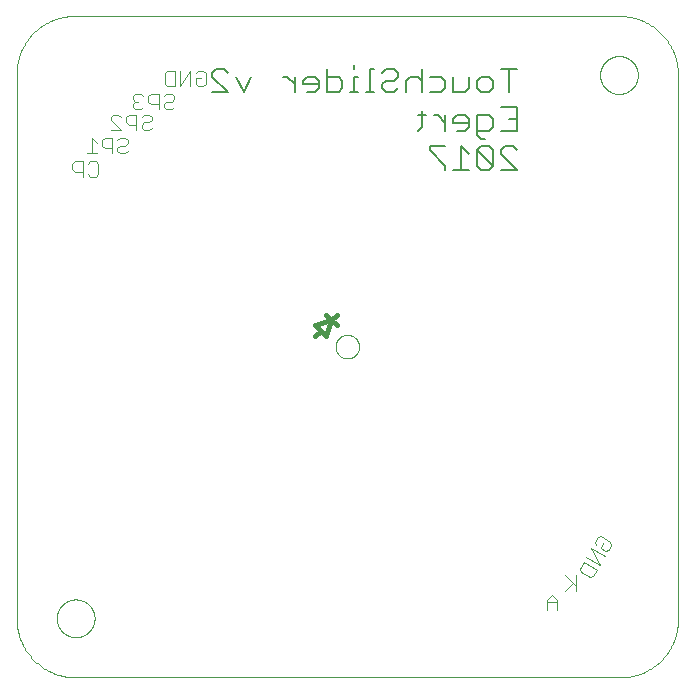
<source format=gbo>
G75*
%MOIN*%
%OFA0B0*%
%FSLAX25Y25*%
%IPPOS*%
%LPD*%
%AMOC8*
5,1,8,0,0,1.08239X$1,22.5*
%
%ADD10C,0.00039*%
%ADD11C,0.00400*%
%ADD12C,0.00700*%
%ADD13C,0.00000*%
%ADD14C,0.01600*%
D10*
X0059997Y0061910D02*
X0059997Y0243406D01*
X0060003Y0243872D01*
X0060020Y0244338D01*
X0060048Y0244803D01*
X0060087Y0245268D01*
X0060138Y0245731D01*
X0060199Y0246193D01*
X0060272Y0246654D01*
X0060356Y0247112D01*
X0060451Y0247569D01*
X0060558Y0248023D01*
X0060675Y0248474D01*
X0060802Y0248922D01*
X0060941Y0249367D01*
X0061091Y0249809D01*
X0061251Y0250247D01*
X0061421Y0250681D01*
X0061602Y0251110D01*
X0061793Y0251535D01*
X0061995Y0251956D01*
X0062207Y0252371D01*
X0062428Y0252781D01*
X0062660Y0253186D01*
X0062901Y0253585D01*
X0063152Y0253978D01*
X0063412Y0254365D01*
X0063681Y0254745D01*
X0063960Y0255119D01*
X0064247Y0255486D01*
X0064544Y0255846D01*
X0064848Y0256198D01*
X0065162Y0256543D01*
X0065483Y0256881D01*
X0065813Y0257211D01*
X0066151Y0257532D01*
X0066496Y0257846D01*
X0066848Y0258150D01*
X0067208Y0258447D01*
X0067575Y0258734D01*
X0067949Y0259013D01*
X0068329Y0259282D01*
X0068716Y0259542D01*
X0069109Y0259793D01*
X0069508Y0260034D01*
X0069913Y0260266D01*
X0070323Y0260487D01*
X0070738Y0260699D01*
X0071159Y0260901D01*
X0071584Y0261092D01*
X0072013Y0261273D01*
X0072447Y0261443D01*
X0072885Y0261603D01*
X0073327Y0261753D01*
X0073772Y0261892D01*
X0074220Y0262019D01*
X0074671Y0262136D01*
X0075125Y0262243D01*
X0075582Y0262338D01*
X0076040Y0262422D01*
X0076501Y0262495D01*
X0076963Y0262556D01*
X0077426Y0262607D01*
X0077891Y0262646D01*
X0078356Y0262674D01*
X0078822Y0262691D01*
X0079288Y0262697D01*
X0260784Y0262697D01*
X0261260Y0262691D01*
X0261735Y0262674D01*
X0262210Y0262645D01*
X0262684Y0262605D01*
X0263157Y0262553D01*
X0263628Y0262490D01*
X0264098Y0262416D01*
X0264566Y0262330D01*
X0265032Y0262233D01*
X0265495Y0262125D01*
X0265955Y0262006D01*
X0266413Y0261875D01*
X0266867Y0261734D01*
X0267318Y0261581D01*
X0267764Y0261418D01*
X0268207Y0261244D01*
X0268645Y0261059D01*
X0269079Y0260864D01*
X0269508Y0260658D01*
X0269932Y0260442D01*
X0270351Y0260216D01*
X0270764Y0259980D01*
X0271171Y0259734D01*
X0271572Y0259478D01*
X0271966Y0259212D01*
X0272355Y0258937D01*
X0272736Y0258653D01*
X0273110Y0258360D01*
X0273478Y0258058D01*
X0273838Y0257746D01*
X0274190Y0257427D01*
X0274534Y0257099D01*
X0274871Y0256762D01*
X0275199Y0256418D01*
X0275518Y0256066D01*
X0275830Y0255706D01*
X0276132Y0255338D01*
X0276425Y0254964D01*
X0276709Y0254583D01*
X0276984Y0254194D01*
X0277250Y0253800D01*
X0277506Y0253399D01*
X0277752Y0252992D01*
X0277988Y0252579D01*
X0278214Y0252160D01*
X0278430Y0251736D01*
X0278636Y0251307D01*
X0278831Y0250873D01*
X0279016Y0250435D01*
X0279190Y0249992D01*
X0279353Y0249546D01*
X0279506Y0249095D01*
X0279647Y0248641D01*
X0279778Y0248183D01*
X0279897Y0247723D01*
X0280005Y0247260D01*
X0280102Y0246794D01*
X0280188Y0246326D01*
X0280262Y0245856D01*
X0280325Y0245385D01*
X0280377Y0244912D01*
X0280417Y0244438D01*
X0280446Y0243963D01*
X0280463Y0243488D01*
X0280469Y0243012D01*
X0280469Y0061516D01*
X0280463Y0061050D01*
X0280446Y0060584D01*
X0280418Y0060119D01*
X0280379Y0059654D01*
X0280328Y0059191D01*
X0280267Y0058729D01*
X0280194Y0058268D01*
X0280110Y0057810D01*
X0280015Y0057353D01*
X0279908Y0056899D01*
X0279791Y0056448D01*
X0279664Y0056000D01*
X0279525Y0055555D01*
X0279375Y0055113D01*
X0279215Y0054675D01*
X0279045Y0054241D01*
X0278864Y0053812D01*
X0278673Y0053387D01*
X0278471Y0052966D01*
X0278259Y0052551D01*
X0278038Y0052141D01*
X0277806Y0051736D01*
X0277565Y0051337D01*
X0277314Y0050944D01*
X0277054Y0050557D01*
X0276785Y0050177D01*
X0276506Y0049803D01*
X0276219Y0049436D01*
X0275922Y0049076D01*
X0275618Y0048724D01*
X0275304Y0048379D01*
X0274983Y0048041D01*
X0274653Y0047711D01*
X0274315Y0047390D01*
X0273970Y0047076D01*
X0273618Y0046772D01*
X0273258Y0046475D01*
X0272891Y0046188D01*
X0272517Y0045909D01*
X0272137Y0045640D01*
X0271750Y0045380D01*
X0271357Y0045129D01*
X0270958Y0044888D01*
X0270553Y0044656D01*
X0270143Y0044435D01*
X0269728Y0044223D01*
X0269307Y0044021D01*
X0268882Y0043830D01*
X0268453Y0043649D01*
X0268019Y0043479D01*
X0267581Y0043319D01*
X0267139Y0043169D01*
X0266694Y0043030D01*
X0266246Y0042903D01*
X0265795Y0042786D01*
X0265341Y0042679D01*
X0264884Y0042584D01*
X0264426Y0042500D01*
X0263965Y0042427D01*
X0263503Y0042366D01*
X0263040Y0042315D01*
X0262575Y0042276D01*
X0262110Y0042248D01*
X0261644Y0042231D01*
X0261178Y0042225D01*
X0079682Y0042225D01*
X0079206Y0042231D01*
X0078731Y0042248D01*
X0078256Y0042277D01*
X0077782Y0042317D01*
X0077309Y0042369D01*
X0076838Y0042432D01*
X0076368Y0042506D01*
X0075900Y0042592D01*
X0075434Y0042689D01*
X0074971Y0042797D01*
X0074511Y0042916D01*
X0074053Y0043047D01*
X0073599Y0043188D01*
X0073148Y0043341D01*
X0072702Y0043504D01*
X0072259Y0043678D01*
X0071821Y0043863D01*
X0071387Y0044058D01*
X0070958Y0044264D01*
X0070534Y0044480D01*
X0070115Y0044706D01*
X0069702Y0044942D01*
X0069295Y0045188D01*
X0068894Y0045444D01*
X0068500Y0045710D01*
X0068111Y0045985D01*
X0067730Y0046269D01*
X0067356Y0046562D01*
X0066988Y0046864D01*
X0066628Y0047176D01*
X0066276Y0047495D01*
X0065932Y0047823D01*
X0065595Y0048160D01*
X0065267Y0048504D01*
X0064948Y0048856D01*
X0064636Y0049216D01*
X0064334Y0049584D01*
X0064041Y0049958D01*
X0063757Y0050339D01*
X0063482Y0050728D01*
X0063216Y0051122D01*
X0062960Y0051523D01*
X0062714Y0051930D01*
X0062478Y0052343D01*
X0062252Y0052762D01*
X0062036Y0053186D01*
X0061830Y0053615D01*
X0061635Y0054049D01*
X0061450Y0054487D01*
X0061276Y0054930D01*
X0061113Y0055376D01*
X0060960Y0055827D01*
X0060819Y0056281D01*
X0060688Y0056739D01*
X0060569Y0057199D01*
X0060461Y0057662D01*
X0060364Y0058128D01*
X0060278Y0058596D01*
X0060204Y0059066D01*
X0060141Y0059537D01*
X0060089Y0060010D01*
X0060049Y0060484D01*
X0060020Y0060959D01*
X0060003Y0061434D01*
X0059997Y0061910D01*
D11*
X0082042Y0209118D02*
X0082042Y0214322D01*
X0079440Y0214322D01*
X0078572Y0213455D01*
X0078572Y0211720D01*
X0079440Y0210853D01*
X0082042Y0210853D01*
X0083729Y0209985D02*
X0084596Y0209118D01*
X0086331Y0209118D01*
X0087198Y0209985D01*
X0087198Y0213455D01*
X0086331Y0214322D01*
X0084596Y0214322D01*
X0083729Y0213455D01*
X0083298Y0216913D02*
X0086767Y0216913D01*
X0085033Y0216913D02*
X0085033Y0222118D01*
X0086767Y0220383D01*
X0088454Y0221250D02*
X0089322Y0222118D01*
X0091924Y0222118D01*
X0091924Y0216913D01*
X0091924Y0218648D02*
X0089322Y0218648D01*
X0088454Y0219515D01*
X0088454Y0221250D01*
X0091329Y0224590D02*
X0094799Y0224590D01*
X0091329Y0228060D01*
X0091329Y0228927D01*
X0092197Y0229795D01*
X0093931Y0229795D01*
X0094799Y0228927D01*
X0096486Y0228927D02*
X0096486Y0227193D01*
X0097353Y0226325D01*
X0099955Y0226325D01*
X0101642Y0226325D02*
X0101642Y0225458D01*
X0102509Y0224590D01*
X0104244Y0224590D01*
X0105112Y0225458D01*
X0104244Y0227193D02*
X0102509Y0227193D01*
X0101642Y0226325D01*
X0099955Y0224590D02*
X0099955Y0229795D01*
X0097353Y0229795D01*
X0096486Y0228927D01*
X0099598Y0231559D02*
X0101333Y0231559D01*
X0102200Y0232426D01*
X0103887Y0234161D02*
X0104755Y0233294D01*
X0107357Y0233294D01*
X0109044Y0233294D02*
X0109044Y0232426D01*
X0109911Y0231559D01*
X0111646Y0231559D01*
X0112513Y0232426D01*
X0111646Y0234161D02*
X0109911Y0234161D01*
X0109044Y0233294D01*
X0107357Y0231559D02*
X0107357Y0236763D01*
X0104755Y0236763D01*
X0103887Y0235896D01*
X0103887Y0234161D01*
X0102200Y0235896D02*
X0101333Y0236763D01*
X0099598Y0236763D01*
X0098731Y0235896D01*
X0098731Y0235028D01*
X0099598Y0234161D01*
X0098731Y0233294D01*
X0098731Y0232426D01*
X0099598Y0231559D01*
X0099598Y0234161D02*
X0100466Y0234161D01*
X0102509Y0229795D02*
X0104244Y0229795D01*
X0105112Y0228927D01*
X0105112Y0228060D01*
X0104244Y0227193D01*
X0101642Y0228927D02*
X0102509Y0229795D01*
X0109044Y0235896D02*
X0109911Y0236763D01*
X0111646Y0236763D01*
X0112513Y0235896D01*
X0112513Y0235028D01*
X0111646Y0234161D01*
X0112791Y0239315D02*
X0110189Y0239315D01*
X0109321Y0240182D01*
X0109321Y0243652D01*
X0110189Y0244519D01*
X0112791Y0244519D01*
X0112791Y0239315D01*
X0114478Y0239315D02*
X0114478Y0244519D01*
X0117947Y0244519D02*
X0114478Y0239315D01*
X0117947Y0239315D02*
X0117947Y0244519D01*
X0119634Y0243652D02*
X0120502Y0244519D01*
X0122236Y0244519D01*
X0123104Y0243652D01*
X0123104Y0240182D01*
X0122236Y0239315D01*
X0120502Y0239315D01*
X0119634Y0240182D01*
X0119634Y0241917D01*
X0121369Y0241917D01*
X0097080Y0221250D02*
X0097080Y0220383D01*
X0096213Y0219515D01*
X0094478Y0219515D01*
X0093611Y0218648D01*
X0093611Y0217781D01*
X0094478Y0216913D01*
X0096213Y0216913D01*
X0097080Y0217781D01*
X0097080Y0221250D02*
X0096213Y0222118D01*
X0094478Y0222118D01*
X0093611Y0221250D01*
X0242902Y0076212D02*
X0246372Y0072742D01*
X0245504Y0073610D02*
X0242902Y0071008D01*
X0246372Y0071008D02*
X0246372Y0076212D01*
X0248065Y0077292D02*
X0247748Y0078477D01*
X0249049Y0080731D01*
X0253556Y0078128D01*
X0252255Y0075875D01*
X0251070Y0075557D01*
X0248065Y0077292D01*
X0249892Y0082191D02*
X0254400Y0079589D01*
X0251627Y0085196D01*
X0256134Y0082594D01*
X0256227Y0084489D02*
X0254724Y0085356D01*
X0255592Y0086858D01*
X0256227Y0084489D02*
X0257411Y0084806D01*
X0258279Y0086308D01*
X0257961Y0087493D01*
X0254957Y0089228D01*
X0253772Y0088911D01*
X0252904Y0087408D01*
X0253222Y0086223D01*
X0238534Y0069795D02*
X0236800Y0068060D01*
X0236800Y0064590D01*
X0236800Y0067193D02*
X0240269Y0067193D01*
X0240269Y0068060D02*
X0240269Y0064590D01*
X0240269Y0068060D02*
X0238534Y0069795D01*
D12*
X0226694Y0211433D02*
X0221423Y0211433D01*
X0218775Y0212751D02*
X0213504Y0218022D01*
X0213504Y0212751D01*
X0214822Y0211433D01*
X0217457Y0211433D01*
X0218775Y0212751D01*
X0218775Y0218022D01*
X0217457Y0219340D01*
X0214822Y0219340D01*
X0213504Y0218022D01*
X0210856Y0216704D02*
X0208221Y0219340D01*
X0208221Y0211433D01*
X0210856Y0211433D02*
X0205585Y0211433D01*
X0202938Y0211433D02*
X0202938Y0212751D01*
X0197667Y0218022D01*
X0197667Y0219340D01*
X0202938Y0219340D01*
X0202938Y0224333D02*
X0202938Y0229604D01*
X0202938Y0226969D02*
X0200302Y0229604D01*
X0198984Y0229604D01*
X0196339Y0229604D02*
X0193703Y0229604D01*
X0195021Y0230922D02*
X0195021Y0225651D01*
X0193703Y0224333D01*
X0205585Y0226969D02*
X0210856Y0226969D01*
X0210856Y0225651D02*
X0210856Y0228287D01*
X0209539Y0229604D01*
X0206903Y0229604D01*
X0205585Y0228287D01*
X0205585Y0226969D01*
X0206903Y0224333D02*
X0209539Y0224333D01*
X0210856Y0225651D01*
X0213504Y0224333D02*
X0217457Y0224333D01*
X0218775Y0225651D01*
X0218775Y0228287D01*
X0217457Y0229604D01*
X0213504Y0229604D01*
X0213504Y0223015D01*
X0214822Y0221698D01*
X0216140Y0221698D01*
X0221423Y0224333D02*
X0226694Y0224333D01*
X0226694Y0232240D01*
X0221423Y0232240D01*
X0224058Y0228287D02*
X0226694Y0228287D01*
X0225376Y0219340D02*
X0226694Y0218022D01*
X0225376Y0219340D02*
X0222741Y0219340D01*
X0221423Y0218022D01*
X0221423Y0216704D01*
X0226694Y0211433D01*
X0224058Y0237233D02*
X0224058Y0245140D01*
X0221423Y0245140D02*
X0226694Y0245140D01*
X0218775Y0241187D02*
X0218775Y0238551D01*
X0217457Y0237233D01*
X0214822Y0237233D01*
X0213504Y0238551D01*
X0213504Y0241187D01*
X0214822Y0242504D01*
X0217457Y0242504D01*
X0218775Y0241187D01*
X0210856Y0242504D02*
X0210856Y0238551D01*
X0209539Y0237233D01*
X0205585Y0237233D01*
X0205585Y0242504D01*
X0202938Y0241187D02*
X0202938Y0238551D01*
X0201620Y0237233D01*
X0197667Y0237233D01*
X0195019Y0237233D02*
X0195019Y0245140D01*
X0193701Y0242504D02*
X0191066Y0242504D01*
X0189748Y0241187D01*
X0189748Y0237233D01*
X0187100Y0238551D02*
X0185782Y0237233D01*
X0183147Y0237233D01*
X0181829Y0238551D01*
X0181829Y0239869D01*
X0183147Y0241187D01*
X0185782Y0241187D01*
X0187100Y0242504D01*
X0187100Y0243822D01*
X0185782Y0245140D01*
X0183147Y0245140D01*
X0181829Y0243822D01*
X0179181Y0245140D02*
X0177864Y0245140D01*
X0177864Y0237233D01*
X0179181Y0237233D02*
X0176546Y0237233D01*
X0173902Y0237233D02*
X0171267Y0237233D01*
X0172584Y0237233D02*
X0172584Y0242504D01*
X0173902Y0242504D01*
X0172584Y0245140D02*
X0172584Y0246458D01*
X0168623Y0241187D02*
X0167305Y0242504D01*
X0163352Y0242504D01*
X0163352Y0245140D02*
X0163352Y0237233D01*
X0167305Y0237233D01*
X0168623Y0238551D01*
X0168623Y0241187D01*
X0160704Y0241187D02*
X0160704Y0238551D01*
X0159386Y0237233D01*
X0156751Y0237233D01*
X0155433Y0239869D02*
X0160704Y0239869D01*
X0160704Y0241187D02*
X0159386Y0242504D01*
X0156751Y0242504D01*
X0155433Y0241187D01*
X0155433Y0239869D01*
X0152786Y0239869D02*
X0150150Y0242504D01*
X0148832Y0242504D01*
X0152786Y0242504D02*
X0152786Y0237233D01*
X0138268Y0242504D02*
X0135632Y0237233D01*
X0132997Y0242504D01*
X0130349Y0243822D02*
X0129031Y0245140D01*
X0126396Y0245140D01*
X0125078Y0243822D01*
X0125078Y0242504D01*
X0130349Y0237233D01*
X0125078Y0237233D01*
X0193701Y0242504D02*
X0195019Y0241187D01*
X0197667Y0242504D02*
X0201620Y0242504D01*
X0202938Y0241187D01*
D13*
X0254485Y0243012D02*
X0254487Y0243170D01*
X0254493Y0243328D01*
X0254503Y0243486D01*
X0254517Y0243644D01*
X0254535Y0243801D01*
X0254556Y0243958D01*
X0254582Y0244114D01*
X0254612Y0244270D01*
X0254645Y0244425D01*
X0254683Y0244578D01*
X0254724Y0244731D01*
X0254769Y0244883D01*
X0254818Y0245034D01*
X0254871Y0245183D01*
X0254927Y0245331D01*
X0254987Y0245477D01*
X0255051Y0245622D01*
X0255119Y0245765D01*
X0255190Y0245907D01*
X0255264Y0246047D01*
X0255342Y0246184D01*
X0255424Y0246320D01*
X0255508Y0246454D01*
X0255597Y0246585D01*
X0255688Y0246714D01*
X0255783Y0246841D01*
X0255880Y0246966D01*
X0255981Y0247088D01*
X0256085Y0247207D01*
X0256192Y0247324D01*
X0256302Y0247438D01*
X0256415Y0247549D01*
X0256530Y0247658D01*
X0256648Y0247763D01*
X0256769Y0247865D01*
X0256892Y0247965D01*
X0257018Y0248061D01*
X0257146Y0248154D01*
X0257276Y0248244D01*
X0257409Y0248330D01*
X0257544Y0248414D01*
X0257680Y0248493D01*
X0257819Y0248570D01*
X0257960Y0248642D01*
X0258102Y0248712D01*
X0258246Y0248777D01*
X0258392Y0248839D01*
X0258539Y0248897D01*
X0258688Y0248952D01*
X0258838Y0249003D01*
X0258989Y0249050D01*
X0259141Y0249093D01*
X0259294Y0249132D01*
X0259449Y0249168D01*
X0259604Y0249199D01*
X0259760Y0249227D01*
X0259916Y0249251D01*
X0260073Y0249271D01*
X0260231Y0249287D01*
X0260388Y0249299D01*
X0260547Y0249307D01*
X0260705Y0249311D01*
X0260863Y0249311D01*
X0261021Y0249307D01*
X0261180Y0249299D01*
X0261337Y0249287D01*
X0261495Y0249271D01*
X0261652Y0249251D01*
X0261808Y0249227D01*
X0261964Y0249199D01*
X0262119Y0249168D01*
X0262274Y0249132D01*
X0262427Y0249093D01*
X0262579Y0249050D01*
X0262730Y0249003D01*
X0262880Y0248952D01*
X0263029Y0248897D01*
X0263176Y0248839D01*
X0263322Y0248777D01*
X0263466Y0248712D01*
X0263608Y0248642D01*
X0263749Y0248570D01*
X0263888Y0248493D01*
X0264024Y0248414D01*
X0264159Y0248330D01*
X0264292Y0248244D01*
X0264422Y0248154D01*
X0264550Y0248061D01*
X0264676Y0247965D01*
X0264799Y0247865D01*
X0264920Y0247763D01*
X0265038Y0247658D01*
X0265153Y0247549D01*
X0265266Y0247438D01*
X0265376Y0247324D01*
X0265483Y0247207D01*
X0265587Y0247088D01*
X0265688Y0246966D01*
X0265785Y0246841D01*
X0265880Y0246714D01*
X0265971Y0246585D01*
X0266060Y0246454D01*
X0266144Y0246320D01*
X0266226Y0246184D01*
X0266304Y0246047D01*
X0266378Y0245907D01*
X0266449Y0245765D01*
X0266517Y0245622D01*
X0266581Y0245477D01*
X0266641Y0245331D01*
X0266697Y0245183D01*
X0266750Y0245034D01*
X0266799Y0244883D01*
X0266844Y0244731D01*
X0266885Y0244578D01*
X0266923Y0244425D01*
X0266956Y0244270D01*
X0266986Y0244114D01*
X0267012Y0243958D01*
X0267033Y0243801D01*
X0267051Y0243644D01*
X0267065Y0243486D01*
X0267075Y0243328D01*
X0267081Y0243170D01*
X0267083Y0243012D01*
X0267081Y0242854D01*
X0267075Y0242696D01*
X0267065Y0242538D01*
X0267051Y0242380D01*
X0267033Y0242223D01*
X0267012Y0242066D01*
X0266986Y0241910D01*
X0266956Y0241754D01*
X0266923Y0241599D01*
X0266885Y0241446D01*
X0266844Y0241293D01*
X0266799Y0241141D01*
X0266750Y0240990D01*
X0266697Y0240841D01*
X0266641Y0240693D01*
X0266581Y0240547D01*
X0266517Y0240402D01*
X0266449Y0240259D01*
X0266378Y0240117D01*
X0266304Y0239977D01*
X0266226Y0239840D01*
X0266144Y0239704D01*
X0266060Y0239570D01*
X0265971Y0239439D01*
X0265880Y0239310D01*
X0265785Y0239183D01*
X0265688Y0239058D01*
X0265587Y0238936D01*
X0265483Y0238817D01*
X0265376Y0238700D01*
X0265266Y0238586D01*
X0265153Y0238475D01*
X0265038Y0238366D01*
X0264920Y0238261D01*
X0264799Y0238159D01*
X0264676Y0238059D01*
X0264550Y0237963D01*
X0264422Y0237870D01*
X0264292Y0237780D01*
X0264159Y0237694D01*
X0264024Y0237610D01*
X0263888Y0237531D01*
X0263749Y0237454D01*
X0263608Y0237382D01*
X0263466Y0237312D01*
X0263322Y0237247D01*
X0263176Y0237185D01*
X0263029Y0237127D01*
X0262880Y0237072D01*
X0262730Y0237021D01*
X0262579Y0236974D01*
X0262427Y0236931D01*
X0262274Y0236892D01*
X0262119Y0236856D01*
X0261964Y0236825D01*
X0261808Y0236797D01*
X0261652Y0236773D01*
X0261495Y0236753D01*
X0261337Y0236737D01*
X0261180Y0236725D01*
X0261021Y0236717D01*
X0260863Y0236713D01*
X0260705Y0236713D01*
X0260547Y0236717D01*
X0260388Y0236725D01*
X0260231Y0236737D01*
X0260073Y0236753D01*
X0259916Y0236773D01*
X0259760Y0236797D01*
X0259604Y0236825D01*
X0259449Y0236856D01*
X0259294Y0236892D01*
X0259141Y0236931D01*
X0258989Y0236974D01*
X0258838Y0237021D01*
X0258688Y0237072D01*
X0258539Y0237127D01*
X0258392Y0237185D01*
X0258246Y0237247D01*
X0258102Y0237312D01*
X0257960Y0237382D01*
X0257819Y0237454D01*
X0257680Y0237531D01*
X0257544Y0237610D01*
X0257409Y0237694D01*
X0257276Y0237780D01*
X0257146Y0237870D01*
X0257018Y0237963D01*
X0256892Y0238059D01*
X0256769Y0238159D01*
X0256648Y0238261D01*
X0256530Y0238366D01*
X0256415Y0238475D01*
X0256302Y0238586D01*
X0256192Y0238700D01*
X0256085Y0238817D01*
X0255981Y0238936D01*
X0255880Y0239058D01*
X0255783Y0239183D01*
X0255688Y0239310D01*
X0255597Y0239439D01*
X0255508Y0239570D01*
X0255424Y0239704D01*
X0255342Y0239840D01*
X0255264Y0239977D01*
X0255190Y0240117D01*
X0255119Y0240259D01*
X0255051Y0240402D01*
X0254987Y0240547D01*
X0254927Y0240693D01*
X0254871Y0240841D01*
X0254818Y0240990D01*
X0254769Y0241141D01*
X0254724Y0241293D01*
X0254683Y0241446D01*
X0254645Y0241599D01*
X0254612Y0241754D01*
X0254582Y0241910D01*
X0254556Y0242066D01*
X0254535Y0242223D01*
X0254517Y0242380D01*
X0254503Y0242538D01*
X0254493Y0242696D01*
X0254487Y0242854D01*
X0254485Y0243012D01*
X0166296Y0152461D02*
X0166298Y0152586D01*
X0166304Y0152711D01*
X0166314Y0152835D01*
X0166328Y0152959D01*
X0166345Y0153083D01*
X0166367Y0153206D01*
X0166393Y0153328D01*
X0166422Y0153450D01*
X0166455Y0153570D01*
X0166493Y0153689D01*
X0166533Y0153808D01*
X0166578Y0153924D01*
X0166626Y0154039D01*
X0166678Y0154153D01*
X0166734Y0154265D01*
X0166793Y0154375D01*
X0166855Y0154483D01*
X0166921Y0154590D01*
X0166990Y0154694D01*
X0167063Y0154795D01*
X0167138Y0154895D01*
X0167217Y0154992D01*
X0167299Y0155086D01*
X0167384Y0155178D01*
X0167471Y0155267D01*
X0167562Y0155353D01*
X0167655Y0155436D01*
X0167751Y0155517D01*
X0167849Y0155594D01*
X0167949Y0155668D01*
X0168052Y0155739D01*
X0168157Y0155806D01*
X0168265Y0155871D01*
X0168374Y0155931D01*
X0168485Y0155989D01*
X0168598Y0156042D01*
X0168712Y0156092D01*
X0168828Y0156139D01*
X0168945Y0156181D01*
X0169064Y0156220D01*
X0169184Y0156256D01*
X0169305Y0156287D01*
X0169427Y0156315D01*
X0169549Y0156338D01*
X0169673Y0156358D01*
X0169797Y0156374D01*
X0169921Y0156386D01*
X0170046Y0156394D01*
X0170171Y0156398D01*
X0170295Y0156398D01*
X0170420Y0156394D01*
X0170545Y0156386D01*
X0170669Y0156374D01*
X0170793Y0156358D01*
X0170917Y0156338D01*
X0171039Y0156315D01*
X0171161Y0156287D01*
X0171282Y0156256D01*
X0171402Y0156220D01*
X0171521Y0156181D01*
X0171638Y0156139D01*
X0171754Y0156092D01*
X0171868Y0156042D01*
X0171981Y0155989D01*
X0172092Y0155931D01*
X0172202Y0155871D01*
X0172309Y0155806D01*
X0172414Y0155739D01*
X0172517Y0155668D01*
X0172617Y0155594D01*
X0172715Y0155517D01*
X0172811Y0155436D01*
X0172904Y0155353D01*
X0172995Y0155267D01*
X0173082Y0155178D01*
X0173167Y0155086D01*
X0173249Y0154992D01*
X0173328Y0154895D01*
X0173403Y0154795D01*
X0173476Y0154694D01*
X0173545Y0154590D01*
X0173611Y0154483D01*
X0173673Y0154375D01*
X0173732Y0154265D01*
X0173788Y0154153D01*
X0173840Y0154039D01*
X0173888Y0153924D01*
X0173933Y0153808D01*
X0173973Y0153689D01*
X0174011Y0153570D01*
X0174044Y0153450D01*
X0174073Y0153328D01*
X0174099Y0153206D01*
X0174121Y0153083D01*
X0174138Y0152959D01*
X0174152Y0152835D01*
X0174162Y0152711D01*
X0174168Y0152586D01*
X0174170Y0152461D01*
X0174168Y0152336D01*
X0174162Y0152211D01*
X0174152Y0152087D01*
X0174138Y0151963D01*
X0174121Y0151839D01*
X0174099Y0151716D01*
X0174073Y0151594D01*
X0174044Y0151472D01*
X0174011Y0151352D01*
X0173973Y0151233D01*
X0173933Y0151114D01*
X0173888Y0150998D01*
X0173840Y0150883D01*
X0173788Y0150769D01*
X0173732Y0150657D01*
X0173673Y0150547D01*
X0173611Y0150439D01*
X0173545Y0150332D01*
X0173476Y0150228D01*
X0173403Y0150127D01*
X0173328Y0150027D01*
X0173249Y0149930D01*
X0173167Y0149836D01*
X0173082Y0149744D01*
X0172995Y0149655D01*
X0172904Y0149569D01*
X0172811Y0149486D01*
X0172715Y0149405D01*
X0172617Y0149328D01*
X0172517Y0149254D01*
X0172414Y0149183D01*
X0172309Y0149116D01*
X0172201Y0149051D01*
X0172092Y0148991D01*
X0171981Y0148933D01*
X0171868Y0148880D01*
X0171754Y0148830D01*
X0171638Y0148783D01*
X0171521Y0148741D01*
X0171402Y0148702D01*
X0171282Y0148666D01*
X0171161Y0148635D01*
X0171039Y0148607D01*
X0170917Y0148584D01*
X0170793Y0148564D01*
X0170669Y0148548D01*
X0170545Y0148536D01*
X0170420Y0148528D01*
X0170295Y0148524D01*
X0170171Y0148524D01*
X0170046Y0148528D01*
X0169921Y0148536D01*
X0169797Y0148548D01*
X0169673Y0148564D01*
X0169549Y0148584D01*
X0169427Y0148607D01*
X0169305Y0148635D01*
X0169184Y0148666D01*
X0169064Y0148702D01*
X0168945Y0148741D01*
X0168828Y0148783D01*
X0168712Y0148830D01*
X0168598Y0148880D01*
X0168485Y0148933D01*
X0168374Y0148991D01*
X0168264Y0149051D01*
X0168157Y0149116D01*
X0168052Y0149183D01*
X0167949Y0149254D01*
X0167849Y0149328D01*
X0167751Y0149405D01*
X0167655Y0149486D01*
X0167562Y0149569D01*
X0167471Y0149655D01*
X0167384Y0149744D01*
X0167299Y0149836D01*
X0167217Y0149930D01*
X0167138Y0150027D01*
X0167063Y0150127D01*
X0166990Y0150228D01*
X0166921Y0150332D01*
X0166855Y0150439D01*
X0166793Y0150547D01*
X0166734Y0150657D01*
X0166678Y0150769D01*
X0166626Y0150883D01*
X0166578Y0150998D01*
X0166533Y0151114D01*
X0166493Y0151233D01*
X0166455Y0151352D01*
X0166422Y0151472D01*
X0166393Y0151594D01*
X0166367Y0151716D01*
X0166345Y0151839D01*
X0166328Y0151963D01*
X0166314Y0152087D01*
X0166304Y0152211D01*
X0166298Y0152336D01*
X0166296Y0152461D01*
X0073383Y0061910D02*
X0073385Y0062068D01*
X0073391Y0062226D01*
X0073401Y0062384D01*
X0073415Y0062542D01*
X0073433Y0062699D01*
X0073454Y0062856D01*
X0073480Y0063012D01*
X0073510Y0063168D01*
X0073543Y0063323D01*
X0073581Y0063476D01*
X0073622Y0063629D01*
X0073667Y0063781D01*
X0073716Y0063932D01*
X0073769Y0064081D01*
X0073825Y0064229D01*
X0073885Y0064375D01*
X0073949Y0064520D01*
X0074017Y0064663D01*
X0074088Y0064805D01*
X0074162Y0064945D01*
X0074240Y0065082D01*
X0074322Y0065218D01*
X0074406Y0065352D01*
X0074495Y0065483D01*
X0074586Y0065612D01*
X0074681Y0065739D01*
X0074778Y0065864D01*
X0074879Y0065986D01*
X0074983Y0066105D01*
X0075090Y0066222D01*
X0075200Y0066336D01*
X0075313Y0066447D01*
X0075428Y0066556D01*
X0075546Y0066661D01*
X0075667Y0066763D01*
X0075790Y0066863D01*
X0075916Y0066959D01*
X0076044Y0067052D01*
X0076174Y0067142D01*
X0076307Y0067228D01*
X0076442Y0067312D01*
X0076578Y0067391D01*
X0076717Y0067468D01*
X0076858Y0067540D01*
X0077000Y0067610D01*
X0077144Y0067675D01*
X0077290Y0067737D01*
X0077437Y0067795D01*
X0077586Y0067850D01*
X0077736Y0067901D01*
X0077887Y0067948D01*
X0078039Y0067991D01*
X0078192Y0068030D01*
X0078347Y0068066D01*
X0078502Y0068097D01*
X0078658Y0068125D01*
X0078814Y0068149D01*
X0078971Y0068169D01*
X0079129Y0068185D01*
X0079286Y0068197D01*
X0079445Y0068205D01*
X0079603Y0068209D01*
X0079761Y0068209D01*
X0079919Y0068205D01*
X0080078Y0068197D01*
X0080235Y0068185D01*
X0080393Y0068169D01*
X0080550Y0068149D01*
X0080706Y0068125D01*
X0080862Y0068097D01*
X0081017Y0068066D01*
X0081172Y0068030D01*
X0081325Y0067991D01*
X0081477Y0067948D01*
X0081628Y0067901D01*
X0081778Y0067850D01*
X0081927Y0067795D01*
X0082074Y0067737D01*
X0082220Y0067675D01*
X0082364Y0067610D01*
X0082506Y0067540D01*
X0082647Y0067468D01*
X0082786Y0067391D01*
X0082922Y0067312D01*
X0083057Y0067228D01*
X0083190Y0067142D01*
X0083320Y0067052D01*
X0083448Y0066959D01*
X0083574Y0066863D01*
X0083697Y0066763D01*
X0083818Y0066661D01*
X0083936Y0066556D01*
X0084051Y0066447D01*
X0084164Y0066336D01*
X0084274Y0066222D01*
X0084381Y0066105D01*
X0084485Y0065986D01*
X0084586Y0065864D01*
X0084683Y0065739D01*
X0084778Y0065612D01*
X0084869Y0065483D01*
X0084958Y0065352D01*
X0085042Y0065218D01*
X0085124Y0065082D01*
X0085202Y0064945D01*
X0085276Y0064805D01*
X0085347Y0064663D01*
X0085415Y0064520D01*
X0085479Y0064375D01*
X0085539Y0064229D01*
X0085595Y0064081D01*
X0085648Y0063932D01*
X0085697Y0063781D01*
X0085742Y0063629D01*
X0085783Y0063476D01*
X0085821Y0063323D01*
X0085854Y0063168D01*
X0085884Y0063012D01*
X0085910Y0062856D01*
X0085931Y0062699D01*
X0085949Y0062542D01*
X0085963Y0062384D01*
X0085973Y0062226D01*
X0085979Y0062068D01*
X0085981Y0061910D01*
X0085979Y0061752D01*
X0085973Y0061594D01*
X0085963Y0061436D01*
X0085949Y0061278D01*
X0085931Y0061121D01*
X0085910Y0060964D01*
X0085884Y0060808D01*
X0085854Y0060652D01*
X0085821Y0060497D01*
X0085783Y0060344D01*
X0085742Y0060191D01*
X0085697Y0060039D01*
X0085648Y0059888D01*
X0085595Y0059739D01*
X0085539Y0059591D01*
X0085479Y0059445D01*
X0085415Y0059300D01*
X0085347Y0059157D01*
X0085276Y0059015D01*
X0085202Y0058875D01*
X0085124Y0058738D01*
X0085042Y0058602D01*
X0084958Y0058468D01*
X0084869Y0058337D01*
X0084778Y0058208D01*
X0084683Y0058081D01*
X0084586Y0057956D01*
X0084485Y0057834D01*
X0084381Y0057715D01*
X0084274Y0057598D01*
X0084164Y0057484D01*
X0084051Y0057373D01*
X0083936Y0057264D01*
X0083818Y0057159D01*
X0083697Y0057057D01*
X0083574Y0056957D01*
X0083448Y0056861D01*
X0083320Y0056768D01*
X0083190Y0056678D01*
X0083057Y0056592D01*
X0082922Y0056508D01*
X0082786Y0056429D01*
X0082647Y0056352D01*
X0082506Y0056280D01*
X0082364Y0056210D01*
X0082220Y0056145D01*
X0082074Y0056083D01*
X0081927Y0056025D01*
X0081778Y0055970D01*
X0081628Y0055919D01*
X0081477Y0055872D01*
X0081325Y0055829D01*
X0081172Y0055790D01*
X0081017Y0055754D01*
X0080862Y0055723D01*
X0080706Y0055695D01*
X0080550Y0055671D01*
X0080393Y0055651D01*
X0080235Y0055635D01*
X0080078Y0055623D01*
X0079919Y0055615D01*
X0079761Y0055611D01*
X0079603Y0055611D01*
X0079445Y0055615D01*
X0079286Y0055623D01*
X0079129Y0055635D01*
X0078971Y0055651D01*
X0078814Y0055671D01*
X0078658Y0055695D01*
X0078502Y0055723D01*
X0078347Y0055754D01*
X0078192Y0055790D01*
X0078039Y0055829D01*
X0077887Y0055872D01*
X0077736Y0055919D01*
X0077586Y0055970D01*
X0077437Y0056025D01*
X0077290Y0056083D01*
X0077144Y0056145D01*
X0077000Y0056210D01*
X0076858Y0056280D01*
X0076717Y0056352D01*
X0076578Y0056429D01*
X0076442Y0056508D01*
X0076307Y0056592D01*
X0076174Y0056678D01*
X0076044Y0056768D01*
X0075916Y0056861D01*
X0075790Y0056957D01*
X0075667Y0057057D01*
X0075546Y0057159D01*
X0075428Y0057264D01*
X0075313Y0057373D01*
X0075200Y0057484D01*
X0075090Y0057598D01*
X0074983Y0057715D01*
X0074879Y0057834D01*
X0074778Y0057956D01*
X0074681Y0058081D01*
X0074586Y0058208D01*
X0074495Y0058337D01*
X0074406Y0058468D01*
X0074322Y0058602D01*
X0074240Y0058738D01*
X0074162Y0058875D01*
X0074088Y0059015D01*
X0074017Y0059157D01*
X0073949Y0059300D01*
X0073885Y0059445D01*
X0073825Y0059591D01*
X0073769Y0059739D01*
X0073716Y0059888D01*
X0073667Y0060039D01*
X0073622Y0060191D01*
X0073581Y0060344D01*
X0073543Y0060497D01*
X0073510Y0060652D01*
X0073480Y0060808D01*
X0073454Y0060964D01*
X0073433Y0061121D01*
X0073415Y0061278D01*
X0073401Y0061436D01*
X0073391Y0061594D01*
X0073385Y0061752D01*
X0073383Y0061910D01*
D14*
X0159626Y0155997D02*
X0161394Y0157764D01*
X0163162Y0155997D01*
X0164930Y0161300D01*
X0166697Y0163068D01*
X0164930Y0161300D02*
X0163162Y0163068D01*
X0164930Y0161300D02*
X0166697Y0159532D01*
X0164930Y0161300D02*
X0159626Y0159532D01*
X0161394Y0157764D01*
M02*

</source>
